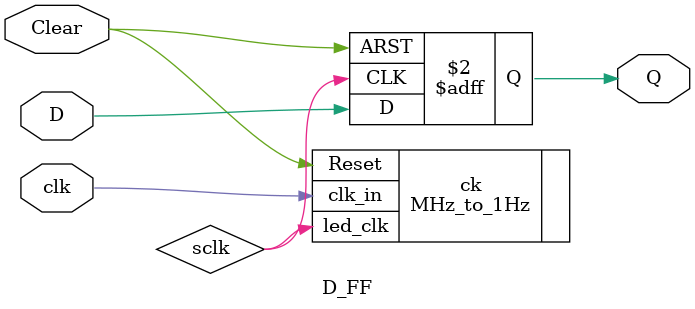
<source format=v>
module D_FF(Q, clk, Clear, D);

    output Q;
    input D, clk, Clear;
    
    reg Q;
    wire sclk;
    
    MHz_to_1Hz ck(.clk_in(clk), .led_clk(sclk), .Reset(Clear));
    
    always @(posedge sclk or posedge Clear)
        begin
            if(Clear)
                Q <= 1'b0;
            else
                Q <= D;
        end

endmodule

</source>
